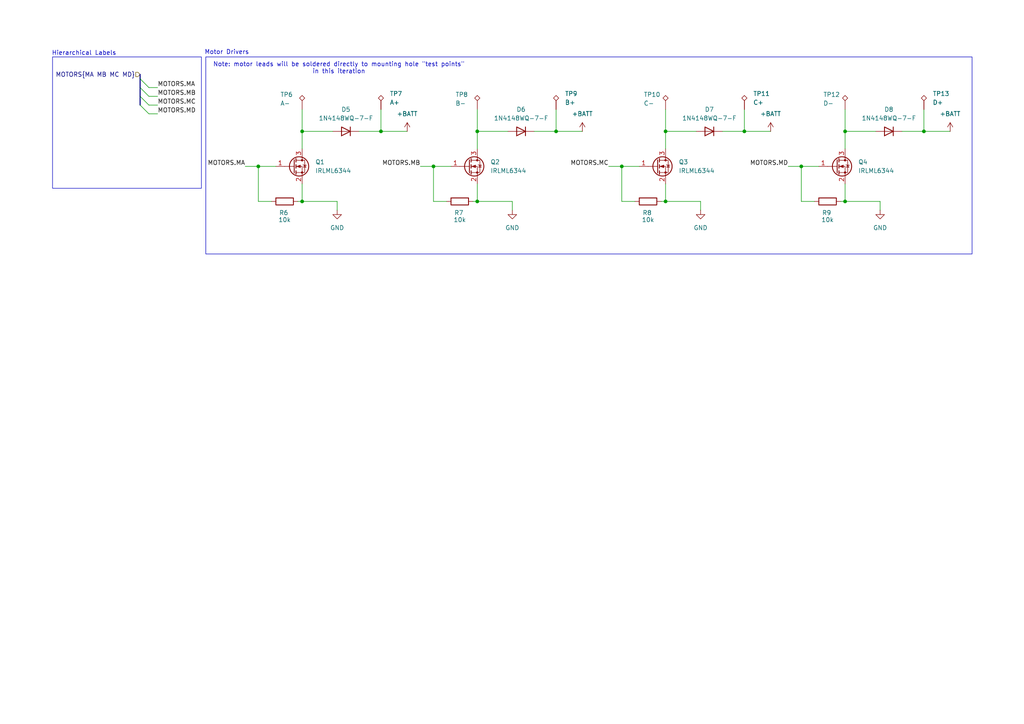
<source format=kicad_sch>
(kicad_sch (version 20250114) (generator "eeschema") (generator_version "9.0")
  (paper "A4")
  (lib_symbols
    (symbol "Connector:TestPoint_Alt" (pin_numbers (hide yes)) (pin_names (offset 0.762) (hide yes))
      (property "Reference" "TP" (at 0 6.858 0))
      (property "Value" "TestPoint_Alt" (at 0 5.08 0))
      (symbol "TestPoint_Alt_0_1"
        (polyline (pts (xy 0 2.54) (xy -0.762 3.302) (xy 0 4.064) (xy 0.762 3.302) (xy 0 2.54)))
      )
      (symbol "TestPoint_Alt_1_1"
        (pin passive line (at 0 0 90) (length 2.54) (name "1") (number "1"))
      )
    )
    (symbol "Device:D" (pin_numbers (hide yes)) (pin_names (offset 1.016) (hide yes))
      (property "Reference" "D" (at 0 2.54 0))
      (property "Value" "D" (at 0 -2.54 0))
      (symbol "D_0_1"
        (polyline (pts (xy -1.27 1.27) (xy -1.27 -1.27)) (stroke (width 0.254)))
        (polyline (pts (xy 1.27 1.27) (xy 1.27 -1.27) (xy -1.27 0) (xy 1.27 1.27)) (stroke (width 0.254)))
        (polyline (pts (xy 1.27 0) (xy -1.27 0)))
      )
      (symbol "D_1_1"
        (pin passive line (at -3.81 0 0) (length 2.54) (name "K") (number "1"))
        (pin passive line (at 3.81 0 180) (length 2.54) (name "A") (number "2"))
      )
    )
    (symbol "Device:R" (pin_numbers (hide yes)) (pin_names (offset 0))
      (property "Reference" "R" (at 2.032 0 90))
      (property "Value" "R" (at 0 0 90))
      (symbol "R_0_1"
        (rectangle (start -1.016 -2.54) (end 1.016 2.54) (stroke (width 0.254)))
      )
      (symbol "R_1_1"
        (pin passive line (at 0 3.81 270) (length 1.27) (name "~") (number "1"))
        (pin passive line (at 0 -3.81 90) (length 1.27) (name "~") (number "2"))
      )
    )
    (symbol "Transistor_FET:IRLML6244" (pin_names (hide yes))
      (property "Reference" "Q" (at 5.08 1.905 0))
      (property "Value" "IRLML6244" (at 5.08 0 0))
      (symbol "IRLML6244_0_1"
        (polyline (pts (xy 0.254 1.905) (xy 0.254 -1.905)) (stroke (width 0.254)))
        (polyline (pts (xy 0.254 0) (xy -2.54 0)))
        (polyline (pts (xy 0.762 2.286) (xy 0.762 1.27)) (stroke (width 0.254)))
        (polyline (pts (xy 0.762 0.508) (xy 0.762 -0.508)) (stroke (width 0.254)))
        (polyline (pts (xy 0.762 -1.27) (xy 0.762 -2.286)) (stroke (width 0.254)))
        (polyline (pts (xy 0.762 -1.778) (xy 3.302 -1.778) (xy 3.302 1.778) (xy 0.762 1.778)))
        (polyline (pts (xy 1.016 0) (xy 2.032 0.381) (xy 2.032 -0.381) (xy 1.016 0)) (fill (type outline)))
        (circle (center 1.651 0) (radius 2.794) (stroke (width 0.254)))
        (polyline (pts (xy 2.54 2.54) (xy 2.54 1.778)))
        (circle (center 2.54 1.778) (radius 0.254) (fill (type outline)))
        (circle (center 2.54 -1.778) (radius 0.254) (fill (type outline)))
        (polyline (pts (xy 2.54 -2.54) (xy 2.54 0) (xy 0.762 0)))
        (polyline (pts (xy 2.794 0.508) (xy 2.921 0.381) (xy 3.683 0.381) (xy 3.81 0.254)))
        (polyline (pts (xy 3.302 0.381) (xy 2.921 -0.254) (xy 3.683 -0.254) (xy 3.302 0.381)))
      )
      (symbol "IRLML6244_1_1"
        (pin input line (at -5.08 0 0) (length 2.54) (name "G") (number "1"))
        (pin passive line (at 2.54 5.08 270) (length 2.54) (name "D") (number "3"))
        (pin passive line (at 2.54 -5.08 90) (length 2.54) (name "S") (number "2"))
      )
    )
    (symbol "power:+BATT" (power) (pin_numbers (hide yes)) (pin_names (offset 0) (hide yes))
      (property "Value" "+BATT" (at 0 3.556 0))
      (symbol "+BATT_0_1"
        (polyline (pts (xy -0.762 1.27) (xy 0 2.54)))
        (polyline (pts (xy 0 2.54) (xy 0.762 1.27)))
        (polyline (pts (xy 0 0) (xy 0 2.54)))
      )
      (symbol "+BATT_1_1"
        (pin power_in line (at 0 0 90) (length 0) (name "~") (number "1"))
      )
    )
    (symbol "power:GND" (power) (pin_numbers (hide yes)) (pin_names (offset 0) (hide yes))
      (property "Value" "GND" (at 0 -3.81 0))
      (symbol "GND_0_1"
        (polyline (pts (xy 0 0) (xy 0 -1.27) (xy 1.27 -1.27) (xy 0 -2.54) (xy -1.27 -1.27) (xy 0 -1.27)))
      )
      (symbol "GND_1_1"
        (pin power_in line (at 0 0 270) (length 0) (name "~") (number "1"))
      )
    )
  )
  (bus_alias "MOTOR_DRIVER" (members "CIN2" "DIN1" "CIN1" "DIN2" "AIN2" "BIN1" "BIN2" "AIN1"))
  (rectangle (start 59.69 16.51) (end 281.94 73.66))
  (rectangle (start 15.24 16.51) (end 58.42 54.61))
  (text "Motor Drivers" (at 65.786 15.24 0) (effects (font (size 1.27 1.27))))
  (text "Note: motor leads will be soldered directly to mounting hole \"test points\"\nin this iteration" (at 98.298 19.812 0) (effects (font (size 1.27 1.27))))
  (text "Hierarchical Labels\n" (at 24.384 15.494 0) (effects (font (size 1.27 1.27))))
  (junction (at 245.11 58.42))
  (junction (at 232.41 48.26))
  (junction (at 87.63 38.1))
  (junction (at 87.63 58.42))
  (junction (at 110.49 38.1))
  (junction (at 125.73 48.26))
  (junction (at 180.34 48.26))
  (junction (at 193.04 58.42))
  (junction (at 138.43 58.42))
  (junction (at 215.9 38.1))
  (junction (at 138.43 38.1))
  (junction (at 161.29 38.1))
  (junction (at 245.11 38.1))
  (junction (at 267.97 38.1))
  (junction (at 193.04 38.1))
  (junction (at 74.93 48.26))
  (bus_entry (at 40.64 25.4) (size 2.54 2.54))
  (bus_entry (at 40.64 22.86) (size 2.54 2.54))
  (bus_entry (at 40.64 30.48) (size 2.54 2.54))
  (bus_entry (at 40.64 27.94) (size 2.54 2.54))
  (wire (pts (xy 267.97 31.75) (xy 267.97 38.1)))
  (wire (pts (xy 138.43 38.1) (xy 138.43 43.18)))
  (wire (pts (xy 191.77 58.42) (xy 193.04 58.42)))
  (wire (pts (xy 147.32 38.1) (xy 138.43 38.1)))
  (bus (pts (xy 40.64 21.59) (xy 40.64 22.86)))
  (wire (pts (xy 215.9 31.75) (xy 215.9 38.1)))
  (wire (pts (xy 104.14 38.1) (xy 110.49 38.1)))
  (wire (pts (xy 243.84 58.42) (xy 245.11 58.42)))
  (wire (pts (xy 180.34 48.26) (xy 180.34 58.42)))
  (wire (pts (xy 185.42 48.26) (xy 180.34 48.26)))
  (wire (pts (xy 193.04 58.42) (xy 193.04 53.34)))
  (wire (pts (xy 138.43 58.42) (xy 138.43 53.34)))
  (bus (pts (xy 40.64 25.4) (xy 40.64 27.94)))
  (wire (pts (xy 87.63 58.42) (xy 87.63 53.34)))
  (wire (pts (xy 267.97 38.1) (xy 275.59 38.1)))
  (wire (pts (xy 43.18 30.48) (xy 45.72 30.48)))
  (wire (pts (xy 215.9 38.1) (xy 223.52 38.1)))
  (wire (pts (xy 138.43 31.75) (xy 138.43 38.1)))
  (wire (pts (xy 121.92 48.26) (xy 125.73 48.26)))
  (wire (pts (xy 193.04 31.75) (xy 193.04 38.1)))
  (wire (pts (xy 87.63 58.42) (xy 97.79 58.42)))
  (wire (pts (xy 245.11 58.42) (xy 255.27 58.42)))
  (bus (pts (xy 40.64 22.86) (xy 40.64 25.4)))
  (wire (pts (xy 87.63 38.1) (xy 87.63 43.18)))
  (wire (pts (xy 261.62 38.1) (xy 267.97 38.1)))
  (wire (pts (xy 43.18 27.94) (xy 45.72 27.94)))
  (wire (pts (xy 180.34 58.42) (xy 184.15 58.42)))
  (wire (pts (xy 96.52 38.1) (xy 87.63 38.1)))
  (wire (pts (xy 232.41 48.26) (xy 232.41 58.42)))
  (wire (pts (xy 43.18 25.4) (xy 45.72 25.4)))
  (wire (pts (xy 80.01 48.26) (xy 74.93 48.26)))
  (wire (pts (xy 193.04 38.1) (xy 193.04 43.18)))
  (wire (pts (xy 201.93 38.1) (xy 193.04 38.1)))
  (wire (pts (xy 137.16 58.42) (xy 138.43 58.42)))
  (wire (pts (xy 161.29 31.75) (xy 161.29 38.1)))
  (wire (pts (xy 203.2 58.42) (xy 203.2 60.96)))
  (wire (pts (xy 74.93 58.42) (xy 78.74 58.42)))
  (wire (pts (xy 110.49 31.75) (xy 110.49 38.1)))
  (wire (pts (xy 232.41 58.42) (xy 236.22 58.42)))
  (wire (pts (xy 228.6 48.26) (xy 232.41 48.26)))
  (wire (pts (xy 161.29 38.1) (xy 168.91 38.1)))
  (wire (pts (xy 245.11 31.75) (xy 245.11 38.1)))
  (wire (pts (xy 209.55 38.1) (xy 215.9 38.1)))
  (wire (pts (xy 130.81 48.26) (xy 125.73 48.26)))
  (bus (pts (xy 40.64 27.94) (xy 40.64 30.48)))
  (wire (pts (xy 245.11 38.1) (xy 245.11 43.18)))
  (wire (pts (xy 237.49 48.26) (xy 232.41 48.26)))
  (wire (pts (xy 74.93 48.26) (xy 74.93 58.42)))
  (wire (pts (xy 148.59 58.42) (xy 148.59 60.96)))
  (wire (pts (xy 193.04 58.42) (xy 203.2 58.42)))
  (wire (pts (xy 125.73 58.42) (xy 129.54 58.42)))
  (wire (pts (xy 245.11 58.42) (xy 245.11 53.34)))
  (wire (pts (xy 254 38.1) (xy 245.11 38.1)))
  (wire (pts (xy 154.94 38.1) (xy 161.29 38.1)))
  (wire (pts (xy 125.73 48.26) (xy 125.73 58.42)))
  (wire (pts (xy 87.63 31.75) (xy 87.63 38.1)))
  (wire (pts (xy 71.12 48.26) (xy 74.93 48.26)))
  (wire (pts (xy 176.53 48.26) (xy 180.34 48.26)))
  (wire (pts (xy 97.79 58.42) (xy 97.79 60.96)))
  (wire (pts (xy 138.43 58.42) (xy 148.59 58.42)))
  (wire (pts (xy 86.36 58.42) (xy 87.63 58.42)))
  (wire (pts (xy 43.18 33.02) (xy 45.72 33.02)))
  (wire (pts (xy 255.27 58.42) (xy 255.27 60.96)))
  (wire (pts (xy 110.49 38.1) (xy 118.11 38.1)))
  (label "MOTORS.MD" (at 45.72 33.02 0))
  (label "MOTORS.MC" (at 45.72 30.48 0))
  (label "MOTORS.MC" (at 176.53 48.26 180))
  (label "MOTORS.MB" (at 121.92 48.26 180))
  (label "MOTORS.MA" (at 71.12 48.26 180))
  (label "MOTORS.MB" (at 45.72 27.94 0))
  (label "MOTORS.MA" (at 45.72 25.4 0))
  (label "MOTORS.MD" (at 228.6 48.26 180))
  (hierarchical_label "MOTORS{MA MB MC MD}" (shape input) (at 40.64 21.59 180))
  (symbol (lib_id "Connector:TestPoint_Alt") (at 161.29 31.75 0) (unit 1)
    (property "Reference" "TP9" (at 163.83 27.1779 0) (effects (justify left)))
    (property "Value" "B+" (at 163.83 29.7179 0) (effects (justify left)))
    (property "Footprint" "SamacSys_Parts:Motor solder point" (effects (hide yes)))
    (property "Description" "test point (alternative shape)" (effects (hide yes)))
  )
  (symbol (lib_id "Connector:TestPoint_Alt") (at 87.63 31.75 0) (unit 1)
    (property "Reference" "TP6" (at 81.28 27.432 0) (effects (justify left)))
    (property "Value" "A-" (at 81.28 29.972 0) (effects (justify left)))
    (property "Footprint" "SamacSys_Parts:Motor solder point" (effects (hide yes)))
    (property "Description" "test point (alternative shape)" (effects (hide yes)))
  )
  (symbol (lib_id "power:GND") (at 255.27 60.96 0) (unit 1)
    (property "Reference" "#PWR032" (effects (hide yes)))
    (property "Value" "GND" (at 255.27 66.0767 0))
    (property "Description" "Power symbol creates a global label with name \"GND\" , ground" (effects (hide yes)))
  )
  (symbol (lib_id "Transistor_FET:IRLML6244") (at 190.5 48.26 0) (unit 1)
    (property "Reference" "Q3" (at 196.85 46.9899 0) (effects (justify left)))
    (property "Value" "IRLML6344" (at 196.85 49.5299 0) (effects (justify left)))
    (property "Footprint" "Package_TO_SOT_SMD:SOT-23" (effects (hide yes)))
    (property "Datasheet" "https://www.mouser.com/datasheet/3/70/1/Infineon-IRLML6344-DataSheet-v01_01-EN.pdf" (effects (hide yes)))
    (property "Mouser Price/Stock" "https://www.mouser.com/ProductDetail/Infineon-Technologies/IRLML6344TRPBF?qs=9%252BKlkBgLFf2w4qS48UOXVw%3D%3D&srsltid=AfmBOopgABFHCl7rJxAX9e-3zrdv__XdoRCNYRjYKK8q18NVDEmAEDZr" (effects (hide yes)))
  )
  (symbol (lib_id "Connector:TestPoint_Alt") (at 193.04 31.75 0) (unit 1)
    (property "Reference" "TP10" (at 186.69 27.432 0) (effects (justify left)))
    (property "Value" "C-" (at 186.69 29.972 0) (effects (justify left)))
    (property "Footprint" "SamacSys_Parts:Motor solder point" (effects (hide yes)))
    (property "Description" "test point (alternative shape)" (effects (hide yes)))
  )
  (symbol (lib_id "power:GND") (at 97.79 60.96 0) (unit 1)
    (property "Reference" "#PWR026" (effects (hide yes)))
    (property "Value" "GND" (at 97.79 66.0767 0))
    (property "Description" "Power symbol creates a global label with name \"GND\" , ground" (effects (hide yes)))
  )
  (symbol (lib_id "power:GND") (at 148.59 60.96 0) (unit 1)
    (property "Reference" "#PWR028" (effects (hide yes)))
    (property "Value" "GND" (at 148.59 66.0767 0))
    (property "Description" "Power symbol creates a global label with name \"GND\" , ground" (effects (hide yes)))
  )
  (symbol (lib_id "Connector:TestPoint_Alt") (at 110.49 31.75 0) (unit 1)
    (property "Reference" "TP7" (at 113.03 27.1779 0) (effects (justify left)))
    (property "Value" "A+" (at 113.03 29.7179 0) (effects (justify left)))
    (property "Footprint" "SamacSys_Parts:Motor solder point" (effects (hide yes)))
    (property "Description" "test point (alternative shape)" (effects (hide yes)))
  )
  (symbol (lib_id "Connector:TestPoint_Alt") (at 215.9 31.75 0) (unit 1)
    (property "Reference" "TP11" (at 218.44 27.1779 0) (effects (justify left)))
    (property "Value" "C+" (at 218.44 29.7179 0) (effects (justify left)))
    (property "Footprint" "SamacSys_Parts:Motor solder point" (effects (hide yes)))
    (property "Description" "test point (alternative shape)" (effects (hide yes)))
  )
  (symbol (lib_id "Transistor_FET:IRLML6244") (at 85.09 48.26 0) (unit 1)
    (property "Reference" "Q1" (at 91.44 46.9899 0) (effects (justify left)))
    (property "Value" "IRLML6344" (at 91.44 49.5299 0) (effects (justify left)))
    (property "Footprint" "Package_TO_SOT_SMD:SOT-23" (effects (hide yes)))
    (property "Datasheet" "https://www.mouser.com/datasheet/3/70/1/Infineon-IRLML6344-DataSheet-v01_01-EN.pdf" (effects (hide yes)))
    (property "Mouser Price/Stock" "https://www.mouser.com/ProductDetail/Infineon-Technologies/IRLML6344TRPBF?qs=9%252BKlkBgLFf2w4qS48UOXVw%3D%3D&srsltid=AfmBOopgABFHCl7rJxAX9e-3zrdv__XdoRCNYRjYKK8q18NVDEmAEDZr" (effects (hide yes)))
  )
  (symbol (lib_id "Connector:TestPoint_Alt") (at 267.97 31.75 0) (unit 1)
    (property "Reference" "TP13" (at 270.51 27.1779 0) (effects (justify left)))
    (property "Value" "D+" (at 270.51 29.7179 0) (effects (justify left)))
    (property "Footprint" "SamacSys_Parts:Motor solder point" (effects (hide yes)))
    (property "Description" "test point (alternative shape)" (effects (hide yes)))
  )
  (symbol (lib_id "Device:D") (at 151.13 38.1 180) (unit 1)
    (property "Reference" "D6" (at 151.13 31.75 0))
    (property "Value" "1N4148WQ-7-F" (at 151.13 34.29 0))
    (property "Footprint" "SamacSys_Parts:SOD3716X145N" (effects (hide yes)))
    (property "Datasheet" "https://www.diodes.com/assets/Datasheets/BAV16W_1N4148W.pdf" (effects (hide yes)))
    (property "Description" "Diodes - General Purpose, Power, Switching SMT Fast Switching Diode" (effects (hide yes)))
    (property "Height" "1.45" (effects (hide yes)))
    (property "Mouser Part Number" "621-1N4148WQ-7-F" (effects (hide yes)))
    (property "Mouser Price/Stock" "https://www.mouser.co.uk/ProductDetail/Diodes-Incorporated/1N4148WQ-7-F?qs=bLNvM6dkO6S%252BGP5yQcUTEQ%3D%3D" (effects (hide yes)))
    (property "Manufacturer_Name" "Diodes Incorporated" (effects (hide yes)))
    (property "Manufacturer_Part_Number" "1N4148WQ-7-F" (effects (hide yes)))
  )
  (symbol (lib_id "Device:R") (at 187.96 58.42 270) (unit 1)
    (property "Reference" "R8" (at 187.706 61.722 90))
    (property "Value" "10k" (at 187.96 63.754 90))
    (property "Footprint" "SamacSys_Parts:RESC2012X60N" (effects (hide yes)))
    (property "Datasheet" "https://componentsearchengine.com/Datasheets/2/ASC0805-10KFT5.pdf" (effects (hide yes)))
    (property "Description" "WELWYN - ASC0805-10KFT5 - RESISTOR, ANTI SULPHUR, 10K, 0.125W, 1%" (effects (hide yes)))
    (property "Manufacturer_Name" "TT Electronics" (effects (hide yes)))
    (property "Manufacturer_Part_Number" "ASC0805-10KFT5" (effects (hide yes)))
    (property "Mouser Part Number" "756-ASC0805-10KFT5" (effects (hide yes)))
    (property "Mouser Price/Stock" "https://www.mouser.co.uk/ProductDetail/Welwyn-Components-TT-Electronics/ASC0805-10KFT5?qs=69TQa8YF5Y7dvxAm%2FqWqSQ%3D%3D" (effects (hide yes)))
    (property "Height" "0.6" (effects (hide yes)))
  )
  (symbol (lib_id "power:GND") (at 203.2 60.96 0) (unit 1)
    (property "Reference" "#PWR030" (effects (hide yes)))
    (property "Value" "GND" (at 203.2 66.0767 0))
    (property "Description" "Power symbol creates a global label with name \"GND\" , ground" (effects (hide yes)))
  )
  (symbol (lib_id "Transistor_FET:IRLML6244") (at 135.89 48.26 0) (unit 1)
    (property "Reference" "Q2" (at 142.24 46.9899 0) (effects (justify left)))
    (property "Value" "IRLML6344" (at 142.24 49.5299 0) (effects (justify left)))
    (property "Footprint" "Package_TO_SOT_SMD:SOT-23" (effects (hide yes)))
    (property "Datasheet" "https://www.mouser.com/datasheet/3/70/1/Infineon-IRLML6344-DataSheet-v01_01-EN.pdf" (effects (hide yes)))
    (property "Mouser Price/Stock" "https://www.mouser.com/ProductDetail/Infineon-Technologies/IRLML6344TRPBF?qs=9%252BKlkBgLFf2w4qS48UOXVw%3D%3D&srsltid=AfmBOopgABFHCl7rJxAX9e-3zrdv__XdoRCNYRjYKK8q18NVDEmAEDZr" (effects (hide yes)))
  )
  (symbol (lib_id "Device:R") (at 133.35 58.42 270) (unit 1)
    (property "Reference" "R7" (at 133.096 61.722 90))
    (property "Value" "10k" (at 133.35 63.754 90))
    (property "Footprint" "SamacSys_Parts:RESC2012X60N" (effects (hide yes)))
    (property "Datasheet" "https://componentsearchengine.com/Datasheets/2/ASC0805-10KFT5.pdf" (effects (hide yes)))
    (property "Description" "WELWYN - ASC0805-10KFT5 - RESISTOR, ANTI SULPHUR, 10K, 0.125W, 1%" (effects (hide yes)))
    (property "Manufacturer_Name" "TT Electronics" (effects (hide yes)))
    (property "Manufacturer_Part_Number" "ASC0805-10KFT5" (effects (hide yes)))
    (property "Mouser Part Number" "756-ASC0805-10KFT5" (effects (hide yes)))
    (property "Mouser Price/Stock" "https://www.mouser.co.uk/ProductDetail/Welwyn-Components-TT-Electronics/ASC0805-10KFT5?qs=69TQa8YF5Y7dvxAm%2FqWqSQ%3D%3D" (effects (hide yes)))
    (property "Height" "0.6" (effects (hide yes)))
  )
  (symbol (lib_id "power:+BATT") (at 275.59 38.1 0) (unit 1)
    (property "Reference" "#PWR033" (effects (hide yes)))
    (property "Value" "+BATT" (at 275.59 33.02 0))
    (property "Description" "Power symbol creates a global label with name \"+BATT\"" (effects (hide yes)))
  )
  (symbol (lib_id "Device:R") (at 82.55 58.42 270) (unit 1)
    (property "Reference" "R6" (at 82.296 61.722 90))
    (property "Value" "10k" (at 82.55 63.754 90))
    (property "Footprint" "SamacSys_Parts:RESC2012X60N" (effects (hide yes)))
    (property "Datasheet" "https://componentsearchengine.com/Datasheets/2/ASC0805-10KFT5.pdf" (effects (hide yes)))
    (property "Description" "WELWYN - ASC0805-10KFT5 - RESISTOR, ANTI SULPHUR, 10K, 0.125W, 1%" (effects (hide yes)))
    (property "Manufacturer_Name" "TT Electronics" (effects (hide yes)))
    (property "Manufacturer_Part_Number" "ASC0805-10KFT5" (effects (hide yes)))
    (property "Mouser Part Number" "756-ASC0805-10KFT5" (effects (hide yes)))
    (property "Mouser Price/Stock" "https://www.mouser.co.uk/ProductDetail/Welwyn-Components-TT-Electronics/ASC0805-10KFT5?qs=69TQa8YF5Y7dvxAm%2FqWqSQ%3D%3D" (effects (hide yes)))
    (property "Height" "0.6" (effects (hide yes)))
  )
  (symbol (lib_id "Device:D") (at 257.81 38.1 180) (unit 1)
    (property "Reference" "D8" (at 257.81 31.75 0))
    (property "Value" "1N4148WQ-7-F" (at 257.81 34.29 0))
    (property "Footprint" "SamacSys_Parts:SOD3716X145N" (effects (hide yes)))
    (property "Datasheet" "https://www.diodes.com/assets/Datasheets/BAV16W_1N4148W.pdf" (effects (hide yes)))
    (property "Description" "Diodes - General Purpose, Power, Switching SMT Fast Switching Diode" (effects (hide yes)))
    (property "Height" "1.45" (effects (hide yes)))
    (property "Mouser Part Number" "621-1N4148WQ-7-F" (effects (hide yes)))
    (property "Mouser Price/Stock" "https://www.mouser.co.uk/ProductDetail/Diodes-Incorporated/1N4148WQ-7-F?qs=bLNvM6dkO6S%252BGP5yQcUTEQ%3D%3D" (effects (hide yes)))
    (property "Manufacturer_Name" "Diodes Incorporated" (effects (hide yes)))
    (property "Manufacturer_Part_Number" "1N4148WQ-7-F" (effects (hide yes)))
  )
  (symbol (lib_id "Connector:TestPoint_Alt") (at 138.43 31.75 0) (unit 1)
    (property "Reference" "TP8" (at 132.08 27.432 0) (effects (justify left)))
    (property "Value" "B-" (at 132.08 29.972 0) (effects (justify left)))
    (property "Footprint" "SamacSys_Parts:Motor solder point" (effects (hide yes)))
    (property "Description" "test point (alternative shape)" (effects (hide yes)))
  )
  (symbol (lib_id "Device:D") (at 100.33 38.1 180) (unit 1)
    (property "Reference" "D5" (at 100.33 31.75 0))
    (property "Value" "1N4148WQ-7-F" (at 100.33 34.29 0))
    (property "Footprint" "SamacSys_Parts:SOD3716X145N" (effects (hide yes)))
    (property "Datasheet" "https://www.diodes.com/assets/Datasheets/BAV16W_1N4148W.pdf" (effects (hide yes)))
    (property "Description" "Diodes - General Purpose, Power, Switching SMT Fast Switching Diode" (effects (hide yes)))
    (property "Height" "1.45" (effects (hide yes)))
    (property "Mouser Part Number" "621-1N4148WQ-7-F" (effects (hide yes)))
    (property "Mouser Price/Stock" "https://www.mouser.co.uk/ProductDetail/Diodes-Incorporated/1N4148WQ-7-F?qs=bLNvM6dkO6S%252BGP5yQcUTEQ%3D%3D" (effects (hide yes)))
    (property "Manufacturer_Name" "Diodes Incorporated" (effects (hide yes)))
    (property "Manufacturer_Part_Number" "1N4148WQ-7-F" (effects (hide yes)))
  )
  (symbol (lib_id "Transistor_FET:IRLML6244") (at 242.57 48.26 0) (unit 1)
    (property "Reference" "Q4" (at 248.92 46.9899 0) (effects (justify left)))
    (property "Value" "IRLML6344" (at 248.92 49.5299 0) (effects (justify left)))
    (property "Footprint" "Package_TO_SOT_SMD:SOT-23" (effects (hide yes)))
    (property "Datasheet" "https://www.mouser.com/datasheet/3/70/1/Infineon-IRLML6344-DataSheet-v01_01-EN.pdf" (effects (hide yes)))
    (property "Mouser Price/Stock" "https://www.mouser.com/ProductDetail/Infineon-Technologies/IRLML6344TRPBF?qs=9%252BKlkBgLFf2w4qS48UOXVw%3D%3D&srsltid=AfmBOopgABFHCl7rJxAX9e-3zrdv__XdoRCNYRjYKK8q18NVDEmAEDZr" (effects (hide yes)))
  )
  (symbol (lib_id "Device:R") (at 240.03 58.42 270) (unit 1)
    (property "Reference" "R9" (at 239.776 61.722 90))
    (property "Value" "10k" (at 240.03 63.754 90))
    (property "Footprint" "SamacSys_Parts:RESC2012X60N" (effects (hide yes)))
    (property "Datasheet" "https://componentsearchengine.com/Datasheets/2/ASC0805-10KFT5.pdf" (effects (hide yes)))
    (property "Description" "WELWYN - ASC0805-10KFT5 - RESISTOR, ANTI SULPHUR, 10K, 0.125W, 1%" (effects (hide yes)))
    (property "Manufacturer_Name" "TT Electronics" (effects (hide yes)))
    (property "Manufacturer_Part_Number" "ASC0805-10KFT5" (effects (hide yes)))
    (property "Mouser Part Number" "756-ASC0805-10KFT5" (effects (hide yes)))
    (property "Mouser Price/Stock" "https://www.mouser.co.uk/ProductDetail/Welwyn-Components-TT-Electronics/ASC0805-10KFT5?qs=69TQa8YF5Y7dvxAm%2FqWqSQ%3D%3D" (effects (hide yes)))
    (property "Height" "0.6" (effects (hide yes)))
  )
  (symbol (lib_id "Device:D") (at 205.74 38.1 180) (unit 1)
    (property "Reference" "D7" (at 205.74 31.75 0))
    (property "Value" "1N4148WQ-7-F" (at 205.74 34.29 0))
    (property "Footprint" "SamacSys_Parts:SOD3716X145N" (effects (hide yes)))
    (property "Datasheet" "https://www.diodes.com/assets/Datasheets/BAV16W_1N4148W.pdf" (effects (hide yes)))
    (property "Description" "Diodes - General Purpose, Power, Switching SMT Fast Switching Diode" (effects (hide yes)))
    (property "Height" "1.45" (effects (hide yes)))
    (property "Mouser Part Number" "621-1N4148WQ-7-F" (effects (hide yes)))
    (property "Mouser Price/Stock" "https://www.mouser.co.uk/ProductDetail/Diodes-Incorporated/1N4148WQ-7-F?qs=bLNvM6dkO6S%252BGP5yQcUTEQ%3D%3D" (effects (hide yes)))
    (property "Manufacturer_Name" "Diodes Incorporated" (effects (hide yes)))
    (property "Manufacturer_Part_Number" "1N4148WQ-7-F" (effects (hide yes)))
  )
  (symbol (lib_id "power:+BATT") (at 168.91 38.1 0) (unit 1)
    (property "Reference" "#PWR029" (effects (hide yes)))
    (property "Value" "+BATT" (at 168.91 33.02 0))
    (property "Description" "Power symbol creates a global label with name \"+BATT\"" (effects (hide yes)))
  )
  (symbol (lib_id "power:+BATT") (at 118.11 38.1 0) (unit 1)
    (property "Reference" "#PWR027" (effects (hide yes)))
    (property "Value" "+BATT" (at 118.11 33.02 0))
    (property "Description" "Power symbol creates a global label with name \"+BATT\"" (effects (hide yes)))
  )
  (symbol (lib_id "Connector:TestPoint_Alt") (at 245.11 31.75 0) (unit 1)
    (property "Reference" "TP12" (at 238.76 27.432 0) (effects (justify left)))
    (property "Value" "D-" (at 238.76 29.972 0) (effects (justify left)))
    (property "Footprint" "SamacSys_Parts:Motor solder point" (effects (hide yes)))
    (property "Description" "test point (alternative shape)" (effects (hide yes)))
  )
  (symbol (lib_id "power:+BATT") (at 223.52 38.1 0) (unit 1)
    (property "Reference" "#PWR031" (effects (hide yes)))
    (property "Value" "+BATT" (at 223.52 33.02 0))
    (property "Description" "Power symbol creates a global label with name \"+BATT\"" (effects (hide yes)))
  )
)
</source>
